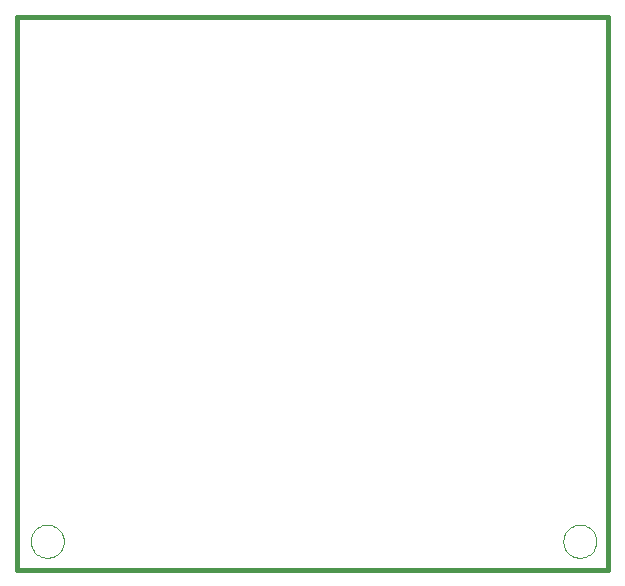
<source format=gbp>
G75*
G70*
%OFA0B0*%
%FSLAX24Y24*%
%IPPOS*%
%LPD*%
%AMOC8*
5,1,8,0,0,1.08239X$1,22.5*
%
%ADD10C,0.0160*%
%ADD11C,0.0000*%
D10*
X000650Y000650D02*
X020335Y000650D01*
X020335Y019085D01*
X000650Y019085D01*
X000650Y000650D01*
D11*
X001099Y001595D02*
X001101Y001642D01*
X001107Y001688D01*
X001117Y001734D01*
X001130Y001779D01*
X001148Y001822D01*
X001169Y001864D01*
X001193Y001904D01*
X001221Y001941D01*
X001252Y001976D01*
X001286Y002009D01*
X001322Y002038D01*
X001361Y002064D01*
X001402Y002087D01*
X001445Y002106D01*
X001489Y002122D01*
X001534Y002134D01*
X001580Y002142D01*
X001627Y002146D01*
X001673Y002146D01*
X001720Y002142D01*
X001766Y002134D01*
X001811Y002122D01*
X001855Y002106D01*
X001898Y002087D01*
X001939Y002064D01*
X001978Y002038D01*
X002014Y002009D01*
X002048Y001976D01*
X002079Y001941D01*
X002107Y001904D01*
X002131Y001864D01*
X002152Y001822D01*
X002170Y001779D01*
X002183Y001734D01*
X002193Y001688D01*
X002199Y001642D01*
X002201Y001595D01*
X002199Y001548D01*
X002193Y001502D01*
X002183Y001456D01*
X002170Y001411D01*
X002152Y001368D01*
X002131Y001326D01*
X002107Y001286D01*
X002079Y001249D01*
X002048Y001214D01*
X002014Y001181D01*
X001978Y001152D01*
X001939Y001126D01*
X001898Y001103D01*
X001855Y001084D01*
X001811Y001068D01*
X001766Y001056D01*
X001720Y001048D01*
X001673Y001044D01*
X001627Y001044D01*
X001580Y001048D01*
X001534Y001056D01*
X001489Y001068D01*
X001445Y001084D01*
X001402Y001103D01*
X001361Y001126D01*
X001322Y001152D01*
X001286Y001181D01*
X001252Y001214D01*
X001221Y001249D01*
X001193Y001286D01*
X001169Y001326D01*
X001148Y001368D01*
X001130Y001411D01*
X001117Y001456D01*
X001107Y001502D01*
X001101Y001548D01*
X001099Y001595D01*
X018849Y001595D02*
X018851Y001642D01*
X018857Y001688D01*
X018867Y001734D01*
X018880Y001779D01*
X018898Y001822D01*
X018919Y001864D01*
X018943Y001904D01*
X018971Y001941D01*
X019002Y001976D01*
X019036Y002009D01*
X019072Y002038D01*
X019111Y002064D01*
X019152Y002087D01*
X019195Y002106D01*
X019239Y002122D01*
X019284Y002134D01*
X019330Y002142D01*
X019377Y002146D01*
X019423Y002146D01*
X019470Y002142D01*
X019516Y002134D01*
X019561Y002122D01*
X019605Y002106D01*
X019648Y002087D01*
X019689Y002064D01*
X019728Y002038D01*
X019764Y002009D01*
X019798Y001976D01*
X019829Y001941D01*
X019857Y001904D01*
X019881Y001864D01*
X019902Y001822D01*
X019920Y001779D01*
X019933Y001734D01*
X019943Y001688D01*
X019949Y001642D01*
X019951Y001595D01*
X019949Y001548D01*
X019943Y001502D01*
X019933Y001456D01*
X019920Y001411D01*
X019902Y001368D01*
X019881Y001326D01*
X019857Y001286D01*
X019829Y001249D01*
X019798Y001214D01*
X019764Y001181D01*
X019728Y001152D01*
X019689Y001126D01*
X019648Y001103D01*
X019605Y001084D01*
X019561Y001068D01*
X019516Y001056D01*
X019470Y001048D01*
X019423Y001044D01*
X019377Y001044D01*
X019330Y001048D01*
X019284Y001056D01*
X019239Y001068D01*
X019195Y001084D01*
X019152Y001103D01*
X019111Y001126D01*
X019072Y001152D01*
X019036Y001181D01*
X019002Y001214D01*
X018971Y001249D01*
X018943Y001286D01*
X018919Y001326D01*
X018898Y001368D01*
X018880Y001411D01*
X018867Y001456D01*
X018857Y001502D01*
X018851Y001548D01*
X018849Y001595D01*
M02*

</source>
